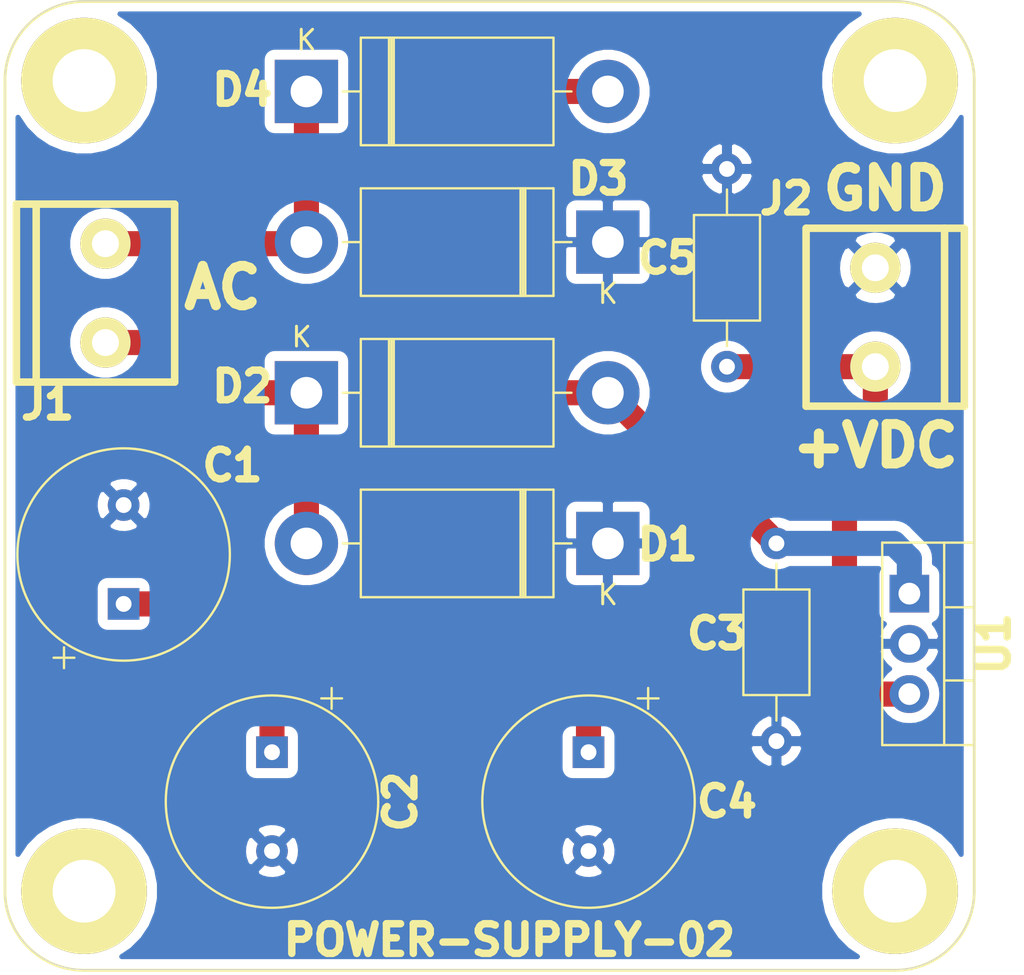
<source format=kicad_pcb>
(kicad_pcb (version 20171130) (host pcbnew "(5.1.5)-3")

  (general
    (thickness 1.6)
    (drawings 12)
    (tracks 41)
    (zones 0)
    (modules 13)
    (nets 6)
  )

  (page A4)
  (layers
    (0 F.Cu signal)
    (31 B.Cu signal)
    (32 B.Adhes user hide)
    (33 F.Adhes user hide)
    (34 B.Paste user hide)
    (35 F.Paste user hide)
    (36 B.SilkS user)
    (37 F.SilkS user)
    (38 B.Mask user hide)
    (39 F.Mask user hide)
    (40 Dwgs.User user)
    (41 Cmts.User user)
    (42 Eco1.User user hide)
    (43 Eco2.User user hide)
    (44 Edge.Cuts user)
    (45 Margin user hide)
    (46 B.CrtYd user hide)
    (47 F.CrtYd user hide)
    (48 B.Fab user hide)
    (49 F.Fab user hide)
  )

  (setup
    (last_trace_width 1.27)
    (user_trace_width 0.635)
    (user_trace_width 1.27)
    (trace_clearance 0.2)
    (zone_clearance 0.508)
    (zone_45_only no)
    (trace_min 0.2)
    (via_size 0.8)
    (via_drill 0.4)
    (via_min_size 0.4)
    (via_min_drill 0.3)
    (uvia_size 0.3)
    (uvia_drill 0.1)
    (uvias_allowed no)
    (uvia_min_size 0.2)
    (uvia_min_drill 0.1)
    (edge_width 0.05)
    (segment_width 0.2)
    (pcb_text_width 0.3)
    (pcb_text_size 1.5 1.5)
    (mod_edge_width 0.12)
    (mod_text_size 1 1)
    (mod_text_width 0.15)
    (pad_size 1.524 1.524)
    (pad_drill 0.762)
    (pad_to_mask_clearance 0.051)
    (solder_mask_min_width 0.25)
    (aux_axis_origin 0 0)
    (visible_elements FFFFFF7F)
    (pcbplotparams
      (layerselection 0x010fc_ffffffff)
      (usegerberextensions false)
      (usegerberattributes false)
      (usegerberadvancedattributes false)
      (creategerberjobfile false)
      (excludeedgelayer true)
      (linewidth 0.100000)
      (plotframeref false)
      (viasonmask false)
      (mode 1)
      (useauxorigin false)
      (hpglpennumber 1)
      (hpglpenspeed 20)
      (hpglpendiameter 15.000000)
      (psnegative false)
      (psa4output false)
      (plotreference true)
      (plotvalue true)
      (plotinvisibletext false)
      (padsonsilk false)
      (subtractmaskfromsilk false)
      (outputformat 1)
      (mirror false)
      (drillshape 0)
      (scaleselection 1)
      (outputdirectory "plots/"))
  )

  (net 0 "")
  (net 1 /VDC)
  (net 2 "Net-(D1-Pad2)")
  (net 3 "Net-(D2-Pad2)")
  (net 4 /GND)
  (net 5 /5V)

  (net_class Default "This is the default net class."
    (clearance 0.2)
    (trace_width 0.25)
    (via_dia 0.8)
    (via_drill 0.4)
    (uvia_dia 0.3)
    (uvia_drill 0.1)
    (add_net /5V)
    (add_net /GND)
    (add_net /VDC)
    (add_net "Net-(D1-Pad2)")
    (add_net "Net-(D2-Pad2)")
  )

  (module Capacitor_THT:CP_Radial_Tantal_D10.5mm_P5.00mm (layer F.Cu) (tedit 5AE50EF0) (tstamp 5F79B9E1)
    (at 6 30.5 90)
    (descr "CP, Radial_Tantal series, Radial, pin pitch=5.00mm, , diameter=10.5mm, Tantal Electrolytic Capacitor, http://cdn-reichelt.de/documents/datenblatt/B300/TANTAL-TB-Serie%23.pdf")
    (tags "CP Radial_Tantal series Radial pin pitch 5.00mm  diameter 10.5mm Tantal Electrolytic Capacitor")
    (path /5F79D174)
    (fp_text reference C1 (at 7 5.5 180) (layer F.SilkS)
      (effects (font (size 1.5 1.5) (thickness 0.45)))
    )
    (fp_text value 1200uF (at 2.5 6.5 90) (layer F.Fab)
      (effects (font (size 1 1) (thickness 0.15)))
    )
    (fp_circle (center 2.5 0) (end 7.75 0) (layer F.Fab) (width 0.1))
    (fp_circle (center 2.5 0) (end 7.87 0) (layer F.SilkS) (width 0.12))
    (fp_circle (center 2.5 0) (end 8 0) (layer F.CrtYd) (width 0.05))
    (fp_line (start -2.004387 -2.2975) (end -0.954387 -2.2975) (layer F.Fab) (width 0.1))
    (fp_line (start -1.479387 -2.8225) (end -1.479387 -1.7725) (layer F.Fab) (width 0.1))
    (fp_line (start -3.247133 -3.015) (end -2.197133 -3.015) (layer F.SilkS) (width 0.12))
    (fp_line (start -2.722133 -3.54) (end -2.722133 -2.49) (layer F.SilkS) (width 0.12))
    (fp_text user %R (at 2.5 0 90) (layer F.SilkS) hide
      (effects (font (size 1.5 1.5) (thickness 0.375)))
    )
    (pad 1 thru_hole rect (at 0 0 90) (size 1.6 1.6) (drill 0.8) (layers *.Cu *.Mask)
      (net 1 /VDC))
    (pad 2 thru_hole circle (at 5 0 90) (size 1.6 1.6) (drill 0.8) (layers *.Cu *.Mask)
      (net 4 /GND))
    (model ${KISYS3DMOD}/Capacitor_THT.3dshapes/CP_Radial_Tantal_D10.5mm_P5.00mm.wrl
      (at (xyz 0 0 0))
      (scale (xyz 1 1 1))
      (rotate (xyz 0 0 0))
    )
  )

  (module Capacitor_THT:CP_Radial_Tantal_D10.5mm_P5.00mm (layer F.Cu) (tedit 5AE50EF0) (tstamp 5F79B9EF)
    (at 13.5 38 270)
    (descr "CP, Radial_Tantal series, Radial, pin pitch=5.00mm, , diameter=10.5mm, Tantal Electrolytic Capacitor, http://cdn-reichelt.de/documents/datenblatt/B300/TANTAL-TB-Serie%23.pdf")
    (tags "CP Radial_Tantal series Radial pin pitch 5.00mm  diameter 10.5mm Tantal Electrolytic Capacitor")
    (path /5F79D6B1)
    (fp_text reference C2 (at 2.5 -6.5 90) (layer F.SilkS)
      (effects (font (size 1.5 1.5) (thickness 0.45)))
    )
    (fp_text value 1200uF (at 2.5 6.5 90) (layer F.Fab)
      (effects (font (size 1 1) (thickness 0.15)))
    )
    (fp_text user %R (at 2.5 0 90) (layer F.SilkS) hide
      (effects (font (size 1.5 1.5) (thickness 0.375)))
    )
    (fp_line (start -2.722133 -3.54) (end -2.722133 -2.49) (layer F.SilkS) (width 0.12))
    (fp_line (start -3.247133 -3.015) (end -2.197133 -3.015) (layer F.SilkS) (width 0.12))
    (fp_line (start -1.479387 -2.8225) (end -1.479387 -1.7725) (layer F.Fab) (width 0.1))
    (fp_line (start -2.004387 -2.2975) (end -0.954387 -2.2975) (layer F.Fab) (width 0.1))
    (fp_circle (center 2.5 0) (end 8 0) (layer F.CrtYd) (width 0.05))
    (fp_circle (center 2.5 0) (end 7.87 0) (layer F.SilkS) (width 0.12))
    (fp_circle (center 2.5 0) (end 7.75 0) (layer F.Fab) (width 0.1))
    (pad 2 thru_hole circle (at 5 0 270) (size 1.6 1.6) (drill 0.8) (layers *.Cu *.Mask)
      (net 4 /GND))
    (pad 1 thru_hole rect (at 0 0 270) (size 1.6 1.6) (drill 0.8) (layers *.Cu *.Mask)
      (net 1 /VDC))
    (model ${KISYS3DMOD}/Capacitor_THT.3dshapes/CP_Radial_Tantal_D10.5mm_P5.00mm.wrl
      (at (xyz 0 0 0))
      (scale (xyz 1 1 1))
      (rotate (xyz 0 0 0))
    )
  )

  (module Capacitor_THT:C_Axial_L5.1mm_D3.1mm_P10.00mm_Horizontal (layer F.Cu) (tedit 5AE50EF0) (tstamp 5F79BA06)
    (at 39 27.44 270)
    (descr "C, Axial series, Axial, Horizontal, pin pitch=10mm, , length*diameter=5.1*3.1mm^2, http://www.vishay.com/docs/45231/arseries.pdf")
    (tags "C Axial series Axial Horizontal pin pitch 10mm  length 5.1mm diameter 3.1mm")
    (path /5F79E297)
    (fp_text reference C3 (at 4.56 3 180) (layer F.SilkS)
      (effects (font (size 1.5 1.5) (thickness 0.45)))
    )
    (fp_text value 0.1uF (at 5 2.67 90) (layer F.Fab)
      (effects (font (size 1 1) (thickness 0.15)))
    )
    (fp_line (start 2.45 -1.55) (end 2.45 1.55) (layer F.Fab) (width 0.1))
    (fp_line (start 2.45 1.55) (end 7.55 1.55) (layer F.Fab) (width 0.1))
    (fp_line (start 7.55 1.55) (end 7.55 -1.55) (layer F.Fab) (width 0.1))
    (fp_line (start 7.55 -1.55) (end 2.45 -1.55) (layer F.Fab) (width 0.1))
    (fp_line (start 0 0) (end 2.45 0) (layer F.Fab) (width 0.1))
    (fp_line (start 10 0) (end 7.55 0) (layer F.Fab) (width 0.1))
    (fp_line (start 2.33 -1.67) (end 2.33 1.67) (layer F.SilkS) (width 0.12))
    (fp_line (start 2.33 1.67) (end 7.67 1.67) (layer F.SilkS) (width 0.12))
    (fp_line (start 7.67 1.67) (end 7.67 -1.67) (layer F.SilkS) (width 0.12))
    (fp_line (start 7.67 -1.67) (end 2.33 -1.67) (layer F.SilkS) (width 0.12))
    (fp_line (start 1.04 0) (end 2.33 0) (layer F.SilkS) (width 0.12))
    (fp_line (start 8.96 0) (end 7.67 0) (layer F.SilkS) (width 0.12))
    (fp_line (start -1.05 -1.8) (end -1.05 1.8) (layer F.CrtYd) (width 0.05))
    (fp_line (start -1.05 1.8) (end 11.05 1.8) (layer F.CrtYd) (width 0.05))
    (fp_line (start 11.05 1.8) (end 11.05 -1.8) (layer F.CrtYd) (width 0.05))
    (fp_line (start 11.05 -1.8) (end -1.05 -1.8) (layer F.CrtYd) (width 0.05))
    (fp_text user %R (at 5 0 90) (layer F.SilkS) hide
      (effects (font (size 1.5 1.5) (thickness 0.375)))
    )
    (pad 1 thru_hole circle (at 0 0 270) (size 1.6 1.6) (drill 0.8) (layers *.Cu *.Mask)
      (net 1 /VDC))
    (pad 2 thru_hole oval (at 10 0 270) (size 1.6 1.6) (drill 0.8) (layers *.Cu *.Mask)
      (net 4 /GND))
    (model ${KISYS3DMOD}/Capacitor_THT.3dshapes/C_Axial_L5.1mm_D3.1mm_P10.00mm_Horizontal.wrl
      (at (xyz 0 0 0))
      (scale (xyz 1 1 1))
      (rotate (xyz 0 0 0))
    )
  )

  (module Capacitor_THT:CP_Radial_Tantal_D10.5mm_P5.00mm (layer F.Cu) (tedit 5AE50EF0) (tstamp 5F79BA14)
    (at 29.5 38 270)
    (descr "CP, Radial_Tantal series, Radial, pin pitch=5.00mm, , diameter=10.5mm, Tantal Electrolytic Capacitor, http://cdn-reichelt.de/documents/datenblatt/B300/TANTAL-TB-Serie%23.pdf")
    (tags "CP Radial_Tantal series Radial pin pitch 5.00mm  diameter 10.5mm Tantal Electrolytic Capacitor")
    (path /5F7A7FA6)
    (fp_text reference C4 (at 2.5 -7 180) (layer F.SilkS)
      (effects (font (size 1.5 1.5) (thickness 0.45)))
    )
    (fp_text value CP1 (at 2.5 6.5 90) (layer F.Fab)
      (effects (font (size 1 1) (thickness 0.15)))
    )
    (fp_circle (center 2.5 0) (end 7.75 0) (layer F.Fab) (width 0.1))
    (fp_circle (center 2.5 0) (end 7.87 0) (layer F.SilkS) (width 0.12))
    (fp_circle (center 2.5 0) (end 8 0) (layer F.CrtYd) (width 0.05))
    (fp_line (start -2.004387 -2.2975) (end -0.954387 -2.2975) (layer F.Fab) (width 0.1))
    (fp_line (start -1.479387 -2.8225) (end -1.479387 -1.7725) (layer F.Fab) (width 0.1))
    (fp_line (start -3.247133 -3.015) (end -2.197133 -3.015) (layer F.SilkS) (width 0.12))
    (fp_line (start -2.722133 -3.54) (end -2.722133 -2.49) (layer F.SilkS) (width 0.12))
    (fp_text user %R (at 2.5 0 90) (layer F.SilkS) hide
      (effects (font (size 1.5 1.5) (thickness 0.375)))
    )
    (pad 1 thru_hole rect (at 0 0 270) (size 1.6 1.6) (drill 0.8) (layers *.Cu *.Mask)
      (net 5 /5V))
    (pad 2 thru_hole circle (at 5 0 270) (size 1.6 1.6) (drill 0.8) (layers *.Cu *.Mask)
      (net 4 /GND))
    (model ${KISYS3DMOD}/Capacitor_THT.3dshapes/CP_Radial_Tantal_D10.5mm_P5.00mm.wrl
      (at (xyz 0 0 0))
      (scale (xyz 1 1 1))
      (rotate (xyz 0 0 0))
    )
  )

  (module Capacitor_THT:C_Axial_L5.1mm_D3.1mm_P10.00mm_Horizontal (layer F.Cu) (tedit 5AE50EF0) (tstamp 5F79BA2B)
    (at 36.5 18.5 90)
    (descr "C, Axial series, Axial, Horizontal, pin pitch=10mm, , length*diameter=5.1*3.1mm^2, http://www.vishay.com/docs/45231/arseries.pdf")
    (tags "C Axial series Axial Horizontal pin pitch 10mm  length 5.1mm diameter 3.1mm")
    (path /5F7A947D)
    (fp_text reference C5 (at 5.5 -3 180) (layer F.SilkS)
      (effects (font (size 1.5 1.5) (thickness 0.45)))
    )
    (fp_text value 0.1uF (at 5 2.67 90) (layer F.Fab)
      (effects (font (size 1 1) (thickness 0.15)))
    )
    (fp_text user %R (at 5 0 90) (layer F.SilkS) hide
      (effects (font (size 1.5 1.5) (thickness 0.375)))
    )
    (fp_line (start 11.05 -1.8) (end -1.05 -1.8) (layer F.CrtYd) (width 0.05))
    (fp_line (start 11.05 1.8) (end 11.05 -1.8) (layer F.CrtYd) (width 0.05))
    (fp_line (start -1.05 1.8) (end 11.05 1.8) (layer F.CrtYd) (width 0.05))
    (fp_line (start -1.05 -1.8) (end -1.05 1.8) (layer F.CrtYd) (width 0.05))
    (fp_line (start 8.96 0) (end 7.67 0) (layer F.SilkS) (width 0.12))
    (fp_line (start 1.04 0) (end 2.33 0) (layer F.SilkS) (width 0.12))
    (fp_line (start 7.67 -1.67) (end 2.33 -1.67) (layer F.SilkS) (width 0.12))
    (fp_line (start 7.67 1.67) (end 7.67 -1.67) (layer F.SilkS) (width 0.12))
    (fp_line (start 2.33 1.67) (end 7.67 1.67) (layer F.SilkS) (width 0.12))
    (fp_line (start 2.33 -1.67) (end 2.33 1.67) (layer F.SilkS) (width 0.12))
    (fp_line (start 10 0) (end 7.55 0) (layer F.Fab) (width 0.1))
    (fp_line (start 0 0) (end 2.45 0) (layer F.Fab) (width 0.1))
    (fp_line (start 7.55 -1.55) (end 2.45 -1.55) (layer F.Fab) (width 0.1))
    (fp_line (start 7.55 1.55) (end 7.55 -1.55) (layer F.Fab) (width 0.1))
    (fp_line (start 2.45 1.55) (end 7.55 1.55) (layer F.Fab) (width 0.1))
    (fp_line (start 2.45 -1.55) (end 2.45 1.55) (layer F.Fab) (width 0.1))
    (pad 2 thru_hole oval (at 10 0 90) (size 1.6 1.6) (drill 0.8) (layers *.Cu *.Mask)
      (net 4 /GND))
    (pad 1 thru_hole circle (at 0 0 90) (size 1.6 1.6) (drill 0.8) (layers *.Cu *.Mask)
      (net 5 /5V))
    (model ${KISYS3DMOD}/Capacitor_THT.3dshapes/C_Axial_L5.1mm_D3.1mm_P10.00mm_Horizontal.wrl
      (at (xyz 0 0 0))
      (scale (xyz 1 1 1))
      (rotate (xyz 0 0 0))
    )
  )

  (module Diode_THT:D_DO-201AD_P15.24mm_Horizontal (layer F.Cu) (tedit 5AE50CD5) (tstamp 5F79BA4A)
    (at 30.48 27.44 180)
    (descr "Diode, DO-201AD series, Axial, Horizontal, pin pitch=15.24mm, , length*diameter=9.5*5.2mm^2, , http://www.diodes.com/_files/packages/DO-201AD.pdf")
    (tags "Diode DO-201AD series Axial Horizontal pin pitch 15.24mm  length 9.5mm diameter 5.2mm")
    (path /5F79B755)
    (fp_text reference D1 (at -3.02 -0.06) (layer F.SilkS)
      (effects (font (size 1.5 1.5) (thickness 0.45)))
    )
    (fp_text value DIODESCH (at 7.62 3.72) (layer F.Fab)
      (effects (font (size 1 1) (thickness 0.15)))
    )
    (fp_line (start 2.87 -2.6) (end 2.87 2.6) (layer F.Fab) (width 0.1))
    (fp_line (start 2.87 2.6) (end 12.37 2.6) (layer F.Fab) (width 0.1))
    (fp_line (start 12.37 2.6) (end 12.37 -2.6) (layer F.Fab) (width 0.1))
    (fp_line (start 12.37 -2.6) (end 2.87 -2.6) (layer F.Fab) (width 0.1))
    (fp_line (start 0 0) (end 2.87 0) (layer F.Fab) (width 0.1))
    (fp_line (start 15.24 0) (end 12.37 0) (layer F.Fab) (width 0.1))
    (fp_line (start 4.295 -2.6) (end 4.295 2.6) (layer F.Fab) (width 0.1))
    (fp_line (start 4.395 -2.6) (end 4.395 2.6) (layer F.Fab) (width 0.1))
    (fp_line (start 4.195 -2.6) (end 4.195 2.6) (layer F.Fab) (width 0.1))
    (fp_line (start 2.75 -2.72) (end 2.75 2.72) (layer F.SilkS) (width 0.12))
    (fp_line (start 2.75 2.72) (end 12.49 2.72) (layer F.SilkS) (width 0.12))
    (fp_line (start 12.49 2.72) (end 12.49 -2.72) (layer F.SilkS) (width 0.12))
    (fp_line (start 12.49 -2.72) (end 2.75 -2.72) (layer F.SilkS) (width 0.12))
    (fp_line (start 1.84 0) (end 2.75 0) (layer F.SilkS) (width 0.12))
    (fp_line (start 13.4 0) (end 12.49 0) (layer F.SilkS) (width 0.12))
    (fp_line (start 4.295 -2.72) (end 4.295 2.72) (layer F.SilkS) (width 0.12))
    (fp_line (start 4.415 -2.72) (end 4.415 2.72) (layer F.SilkS) (width 0.12))
    (fp_line (start 4.175 -2.72) (end 4.175 2.72) (layer F.SilkS) (width 0.12))
    (fp_line (start -1.85 -2.85) (end -1.85 2.85) (layer F.CrtYd) (width 0.05))
    (fp_line (start -1.85 2.85) (end 17.09 2.85) (layer F.CrtYd) (width 0.05))
    (fp_line (start 17.09 2.85) (end 17.09 -2.85) (layer F.CrtYd) (width 0.05))
    (fp_line (start 17.09 -2.85) (end -1.85 -2.85) (layer F.CrtYd) (width 0.05))
    (fp_text user %R (at 8.3325 0) (layer F.SilkS) hide
      (effects (font (size 1.5 1.5) (thickness 0.375)))
    )
    (fp_text user K (at 0 -2.6) (layer F.Fab)
      (effects (font (size 1 1) (thickness 0.15)))
    )
    (fp_text user K (at 0 -2.6) (layer F.SilkS)
      (effects (font (size 1 1) (thickness 0.15)))
    )
    (pad 1 thru_hole rect (at 0 0 180) (size 3.2 3.2) (drill 1.6) (layers *.Cu *.Mask)
      (net 4 /GND))
    (pad 2 thru_hole oval (at 15.24 0 180) (size 3.2 3.2) (drill 1.6) (layers *.Cu *.Mask)
      (net 2 "Net-(D1-Pad2)"))
    (model ${KISYS3DMOD}/Diode_THT.3dshapes/D_DO-201AD_P15.24mm_Horizontal.wrl
      (at (xyz 0 0 0))
      (scale (xyz 1 1 1))
      (rotate (xyz 0 0 0))
    )
  )

  (module Diode_THT:D_DO-201AD_P15.24mm_Horizontal (layer F.Cu) (tedit 5AE50CD5) (tstamp 5F79BA69)
    (at 30.48 12.2 180)
    (descr "Diode, DO-201AD series, Axial, Horizontal, pin pitch=15.24mm, , length*diameter=9.5*5.2mm^2, , http://www.diodes.com/_files/packages/DO-201AD.pdf")
    (tags "Diode DO-201AD series Axial Horizontal pin pitch 15.24mm  length 9.5mm diameter 5.2mm")
    (path /5F79B75F)
    (fp_text reference D2 (at 18.48 -7.3) (layer F.SilkS)
      (effects (font (size 1.5 1.5) (thickness 0.45)))
    )
    (fp_text value DIODESCH (at 7.62 3.72) (layer F.Fab)
      (effects (font (size 1 1) (thickness 0.15)))
    )
    (fp_text user K (at 0 -2.6) (layer F.SilkS)
      (effects (font (size 1 1) (thickness 0.15)))
    )
    (fp_text user K (at 0 -2.6) (layer F.Fab)
      (effects (font (size 1 1) (thickness 0.15)))
    )
    (fp_text user %R (at 8.3325 0) (layer F.SilkS) hide
      (effects (font (size 1.5 1.5) (thickness 0.375)))
    )
    (fp_line (start 17.09 -2.85) (end -1.85 -2.85) (layer F.CrtYd) (width 0.05))
    (fp_line (start 17.09 2.85) (end 17.09 -2.85) (layer F.CrtYd) (width 0.05))
    (fp_line (start -1.85 2.85) (end 17.09 2.85) (layer F.CrtYd) (width 0.05))
    (fp_line (start -1.85 -2.85) (end -1.85 2.85) (layer F.CrtYd) (width 0.05))
    (fp_line (start 4.175 -2.72) (end 4.175 2.72) (layer F.SilkS) (width 0.12))
    (fp_line (start 4.415 -2.72) (end 4.415 2.72) (layer F.SilkS) (width 0.12))
    (fp_line (start 4.295 -2.72) (end 4.295 2.72) (layer F.SilkS) (width 0.12))
    (fp_line (start 13.4 0) (end 12.49 0) (layer F.SilkS) (width 0.12))
    (fp_line (start 1.84 0) (end 2.75 0) (layer F.SilkS) (width 0.12))
    (fp_line (start 12.49 -2.72) (end 2.75 -2.72) (layer F.SilkS) (width 0.12))
    (fp_line (start 12.49 2.72) (end 12.49 -2.72) (layer F.SilkS) (width 0.12))
    (fp_line (start 2.75 2.72) (end 12.49 2.72) (layer F.SilkS) (width 0.12))
    (fp_line (start 2.75 -2.72) (end 2.75 2.72) (layer F.SilkS) (width 0.12))
    (fp_line (start 4.195 -2.6) (end 4.195 2.6) (layer F.Fab) (width 0.1))
    (fp_line (start 4.395 -2.6) (end 4.395 2.6) (layer F.Fab) (width 0.1))
    (fp_line (start 4.295 -2.6) (end 4.295 2.6) (layer F.Fab) (width 0.1))
    (fp_line (start 15.24 0) (end 12.37 0) (layer F.Fab) (width 0.1))
    (fp_line (start 0 0) (end 2.87 0) (layer F.Fab) (width 0.1))
    (fp_line (start 12.37 -2.6) (end 2.87 -2.6) (layer F.Fab) (width 0.1))
    (fp_line (start 12.37 2.6) (end 12.37 -2.6) (layer F.Fab) (width 0.1))
    (fp_line (start 2.87 2.6) (end 12.37 2.6) (layer F.Fab) (width 0.1))
    (fp_line (start 2.87 -2.6) (end 2.87 2.6) (layer F.Fab) (width 0.1))
    (pad 2 thru_hole oval (at 15.24 0 180) (size 3.2 3.2) (drill 1.6) (layers *.Cu *.Mask)
      (net 3 "Net-(D2-Pad2)"))
    (pad 1 thru_hole rect (at 0 0 180) (size 3.2 3.2) (drill 1.6) (layers *.Cu *.Mask)
      (net 4 /GND))
    (model ${KISYS3DMOD}/Diode_THT.3dshapes/D_DO-201AD_P15.24mm_Horizontal.wrl
      (at (xyz 0 0 0))
      (scale (xyz 1 1 1))
      (rotate (xyz 0 0 0))
    )
  )

  (module Diode_THT:D_DO-201AD_P15.24mm_Horizontal (layer F.Cu) (tedit 5AE50CD5) (tstamp 5F79BA88)
    (at 15.24 19.82)
    (descr "Diode, DO-201AD series, Axial, Horizontal, pin pitch=15.24mm, , length*diameter=9.5*5.2mm^2, , http://www.diodes.com/_files/packages/DO-201AD.pdf")
    (tags "Diode DO-201AD series Axial Horizontal pin pitch 15.24mm  length 9.5mm diameter 5.2mm")
    (path /5F79AF64)
    (fp_text reference D3 (at 14.76 -10.82) (layer F.SilkS)
      (effects (font (size 1.5 1.5) (thickness 0.45)))
    )
    (fp_text value DIODESCH (at 7.62 3.72) (layer F.Fab)
      (effects (font (size 1 1) (thickness 0.15)))
    )
    (fp_line (start 2.87 -2.6) (end 2.87 2.6) (layer F.Fab) (width 0.1))
    (fp_line (start 2.87 2.6) (end 12.37 2.6) (layer F.Fab) (width 0.1))
    (fp_line (start 12.37 2.6) (end 12.37 -2.6) (layer F.Fab) (width 0.1))
    (fp_line (start 12.37 -2.6) (end 2.87 -2.6) (layer F.Fab) (width 0.1))
    (fp_line (start 0 0) (end 2.87 0) (layer F.Fab) (width 0.1))
    (fp_line (start 15.24 0) (end 12.37 0) (layer F.Fab) (width 0.1))
    (fp_line (start 4.295 -2.6) (end 4.295 2.6) (layer F.Fab) (width 0.1))
    (fp_line (start 4.395 -2.6) (end 4.395 2.6) (layer F.Fab) (width 0.1))
    (fp_line (start 4.195 -2.6) (end 4.195 2.6) (layer F.Fab) (width 0.1))
    (fp_line (start 2.75 -2.72) (end 2.75 2.72) (layer F.SilkS) (width 0.12))
    (fp_line (start 2.75 2.72) (end 12.49 2.72) (layer F.SilkS) (width 0.12))
    (fp_line (start 12.49 2.72) (end 12.49 -2.72) (layer F.SilkS) (width 0.12))
    (fp_line (start 12.49 -2.72) (end 2.75 -2.72) (layer F.SilkS) (width 0.12))
    (fp_line (start 1.84 0) (end 2.75 0) (layer F.SilkS) (width 0.12))
    (fp_line (start 13.4 0) (end 12.49 0) (layer F.SilkS) (width 0.12))
    (fp_line (start 4.295 -2.72) (end 4.295 2.72) (layer F.SilkS) (width 0.12))
    (fp_line (start 4.415 -2.72) (end 4.415 2.72) (layer F.SilkS) (width 0.12))
    (fp_line (start 4.175 -2.72) (end 4.175 2.72) (layer F.SilkS) (width 0.12))
    (fp_line (start -1.85 -2.85) (end -1.85 2.85) (layer F.CrtYd) (width 0.05))
    (fp_line (start -1.85 2.85) (end 17.09 2.85) (layer F.CrtYd) (width 0.05))
    (fp_line (start 17.09 2.85) (end 17.09 -2.85) (layer F.CrtYd) (width 0.05))
    (fp_line (start 17.09 -2.85) (end -1.85 -2.85) (layer F.CrtYd) (width 0.05))
    (fp_text user %R (at 8.3325 0) (layer F.SilkS) hide
      (effects (font (size 1.5 1.5) (thickness 0.375)))
    )
    (fp_text user K (at 0 -2.6) (layer F.Fab)
      (effects (font (size 1 1) (thickness 0.15)))
    )
    (fp_text user K (at -0.24 -2.82) (layer F.SilkS)
      (effects (font (size 1 1) (thickness 0.15)))
    )
    (pad 1 thru_hole rect (at 0 0) (size 3.2 3.2) (drill 1.6) (layers *.Cu *.Mask)
      (net 2 "Net-(D1-Pad2)"))
    (pad 2 thru_hole oval (at 15.24 0) (size 3.2 3.2) (drill 1.6) (layers *.Cu *.Mask)
      (net 1 /VDC))
    (model ${KISYS3DMOD}/Diode_THT.3dshapes/D_DO-201AD_P15.24mm_Horizontal.wrl
      (at (xyz 0 0 0))
      (scale (xyz 1 1 1))
      (rotate (xyz 0 0 0))
    )
  )

  (module Diode_THT:D_DO-201AD_P15.24mm_Horizontal (layer F.Cu) (tedit 5AE50CD5) (tstamp 5F79BAA7)
    (at 15.24 4.58)
    (descr "Diode, DO-201AD series, Axial, Horizontal, pin pitch=15.24mm, , length*diameter=9.5*5.2mm^2, , http://www.diodes.com/_files/packages/DO-201AD.pdf")
    (tags "Diode DO-201AD series Axial Horizontal pin pitch 15.24mm  length 9.5mm diameter 5.2mm")
    (path /5F79B299)
    (fp_text reference D4 (at -3.24 -0.08) (layer F.SilkS)
      (effects (font (size 1.5 1.5) (thickness 0.45)))
    )
    (fp_text value DIODESCH (at 7.62 3.72) (layer F.Fab)
      (effects (font (size 1 1) (thickness 0.15)))
    )
    (fp_text user K (at 0 -2.6) (layer F.SilkS)
      (effects (font (size 1 1) (thickness 0.15)))
    )
    (fp_text user K (at 0 -2.6) (layer F.Fab)
      (effects (font (size 1 1) (thickness 0.15)))
    )
    (fp_text user %R (at 8.3325 0) (layer F.SilkS) hide
      (effects (font (size 1.5 1.5) (thickness 0.375)))
    )
    (fp_line (start 17.09 -2.85) (end -1.85 -2.85) (layer F.CrtYd) (width 0.05))
    (fp_line (start 17.09 2.85) (end 17.09 -2.85) (layer F.CrtYd) (width 0.05))
    (fp_line (start -1.85 2.85) (end 17.09 2.85) (layer F.CrtYd) (width 0.05))
    (fp_line (start -1.85 -2.85) (end -1.85 2.85) (layer F.CrtYd) (width 0.05))
    (fp_line (start 4.175 -2.72) (end 4.175 2.72) (layer F.SilkS) (width 0.12))
    (fp_line (start 4.415 -2.72) (end 4.415 2.72) (layer F.SilkS) (width 0.12))
    (fp_line (start 4.295 -2.72) (end 4.295 2.72) (layer F.SilkS) (width 0.12))
    (fp_line (start 13.4 0) (end 12.49 0) (layer F.SilkS) (width 0.12))
    (fp_line (start 1.84 0) (end 2.75 0) (layer F.SilkS) (width 0.12))
    (fp_line (start 12.49 -2.72) (end 2.75 -2.72) (layer F.SilkS) (width 0.12))
    (fp_line (start 12.49 2.72) (end 12.49 -2.72) (layer F.SilkS) (width 0.12))
    (fp_line (start 2.75 2.72) (end 12.49 2.72) (layer F.SilkS) (width 0.12))
    (fp_line (start 2.75 -2.72) (end 2.75 2.72) (layer F.SilkS) (width 0.12))
    (fp_line (start 4.195 -2.6) (end 4.195 2.6) (layer F.Fab) (width 0.1))
    (fp_line (start 4.395 -2.6) (end 4.395 2.6) (layer F.Fab) (width 0.1))
    (fp_line (start 4.295 -2.6) (end 4.295 2.6) (layer F.Fab) (width 0.1))
    (fp_line (start 15.24 0) (end 12.37 0) (layer F.Fab) (width 0.1))
    (fp_line (start 0 0) (end 2.87 0) (layer F.Fab) (width 0.1))
    (fp_line (start 12.37 -2.6) (end 2.87 -2.6) (layer F.Fab) (width 0.1))
    (fp_line (start 12.37 2.6) (end 12.37 -2.6) (layer F.Fab) (width 0.1))
    (fp_line (start 2.87 2.6) (end 12.37 2.6) (layer F.Fab) (width 0.1))
    (fp_line (start 2.87 -2.6) (end 2.87 2.6) (layer F.Fab) (width 0.1))
    (pad 2 thru_hole oval (at 15.24 0) (size 3.2 3.2) (drill 1.6) (layers *.Cu *.Mask)
      (net 1 /VDC))
    (pad 1 thru_hole rect (at 0 0) (size 3.2 3.2) (drill 1.6) (layers *.Cu *.Mask)
      (net 3 "Net-(D2-Pad2)"))
    (model ${KISYS3DMOD}/Diode_THT.3dshapes/D_DO-201AD_P15.24mm_Horizontal.wrl
      (at (xyz 0 0 0))
      (scale (xyz 1 1 1))
      (rotate (xyz 0 0 0))
    )
  )

  (module LandBoards_Conns:TB2-5MM (layer F.Cu) (tedit 5CF902C9) (tstamp 5F79BAB6)
    (at 5.08 17.28 90)
    (path /5F7A0325)
    (fp_text reference J1 (at -3.095 -2.92) (layer F.SilkS)
      (effects (font (size 1.5 1.5) (thickness 0.45)))
    )
    (fp_text value Conn_01x02 (at 2 5 90) (layer F.SilkS) hide
      (effects (font (size 1.524 1.524) (thickness 0.3048)))
    )
    (fp_line (start -2 -4.5) (end -2 3.5) (layer F.SilkS) (width 0.381))
    (fp_line (start 7 -4.5) (end 7 3.5) (layer F.SilkS) (width 0.381))
    (fp_line (start -2 3.5) (end 7 3.5) (layer F.SilkS) (width 0.381))
    (fp_line (start -2 -3.5) (end 7 -3.5) (layer F.SilkS) (width 0.381))
    (fp_line (start -2 -4.5) (end 7 -4.5) (layer F.SilkS) (width 0.381))
    (fp_line (start -2.27 -4.8) (end 7.25 -4.8) (layer F.CrtYd) (width 0.05))
    (fp_line (start 7.25 -4.8) (end 7.25 3.76) (layer F.CrtYd) (width 0.05))
    (fp_line (start 7.25 3.76) (end -2.27 3.76) (layer F.CrtYd) (width 0.05))
    (fp_line (start -2.27 3.76) (end -2.27 -4.8) (layer F.CrtYd) (width 0.05))
    (pad 1 thru_hole circle (at 0 0 90) (size 2.54 2.54) (drill 1.3589) (layers *.Cu *.Mask F.SilkS)
      (net 2 "Net-(D1-Pad2)"))
    (pad 2 thru_hole circle (at 5 0 90) (size 2.54 2.54) (drill 1.3589) (layers *.Cu *.Mask F.SilkS)
      (net 3 "Net-(D2-Pad2)"))
  )

  (module LandBoards_Conns:TB2-5MM (layer F.Cu) (tedit 5CF902C9) (tstamp 5F79BAC5)
    (at 44 13.5 270)
    (path /5F79F8CF)
    (fp_text reference J2 (at -3.5 4.5) (layer F.SilkS)
      (effects (font (size 1.5 1.5) (thickness 0.45)))
    )
    (fp_text value Conn_01x02 (at 2 5 90) (layer F.SilkS) hide
      (effects (font (size 1.524 1.524) (thickness 0.3048)))
    )
    (fp_line (start -2.27 3.76) (end -2.27 -4.8) (layer F.CrtYd) (width 0.05))
    (fp_line (start 7.25 3.76) (end -2.27 3.76) (layer F.CrtYd) (width 0.05))
    (fp_line (start 7.25 -4.8) (end 7.25 3.76) (layer F.CrtYd) (width 0.05))
    (fp_line (start -2.27 -4.8) (end 7.25 -4.8) (layer F.CrtYd) (width 0.05))
    (fp_line (start -2 -4.5) (end 7 -4.5) (layer F.SilkS) (width 0.381))
    (fp_line (start -2 -3.5) (end 7 -3.5) (layer F.SilkS) (width 0.381))
    (fp_line (start -2 3.5) (end 7 3.5) (layer F.SilkS) (width 0.381))
    (fp_line (start 7 -4.5) (end 7 3.5) (layer F.SilkS) (width 0.381))
    (fp_line (start -2 -4.5) (end -2 3.5) (layer F.SilkS) (width 0.381))
    (pad 2 thru_hole circle (at 5 0 270) (size 2.54 2.54) (drill 1.3589) (layers *.Cu *.Mask F.SilkS)
      (net 5 /5V))
    (pad 1 thru_hole circle (at 0 0 270) (size 2.54 2.54) (drill 1.3589) (layers *.Cu *.Mask F.SilkS)
      (net 4 /GND))
  )

  (module Package_TO_SOT_THT:TO-220-3_Vertical (layer F.Cu) (tedit 5AC8BA0D) (tstamp 5F79BADF)
    (at 45.72 29.98 270)
    (descr "TO-220-3, Vertical, RM 2.54mm, see https://www.vishay.com/docs/66542/to-220-1.pdf")
    (tags "TO-220-3 Vertical RM 2.54mm")
    (path /5F7A46B3)
    (fp_text reference U1 (at 2.54 -4.27 90) (layer F.SilkS)
      (effects (font (size 1.5 1.5) (thickness 0.45)))
    )
    (fp_text value LF50_TO220 (at 2.54 2.5 90) (layer F.Fab)
      (effects (font (size 1 1) (thickness 0.15)))
    )
    (fp_line (start -2.46 -3.15) (end -2.46 1.25) (layer F.Fab) (width 0.1))
    (fp_line (start -2.46 1.25) (end 7.54 1.25) (layer F.Fab) (width 0.1))
    (fp_line (start 7.54 1.25) (end 7.54 -3.15) (layer F.Fab) (width 0.1))
    (fp_line (start 7.54 -3.15) (end -2.46 -3.15) (layer F.Fab) (width 0.1))
    (fp_line (start -2.46 -1.88) (end 7.54 -1.88) (layer F.Fab) (width 0.1))
    (fp_line (start 0.69 -3.15) (end 0.69 -1.88) (layer F.Fab) (width 0.1))
    (fp_line (start 4.39 -3.15) (end 4.39 -1.88) (layer F.Fab) (width 0.1))
    (fp_line (start -2.58 -3.27) (end 7.66 -3.27) (layer F.SilkS) (width 0.12))
    (fp_line (start -2.58 1.371) (end 7.66 1.371) (layer F.SilkS) (width 0.12))
    (fp_line (start -2.58 -3.27) (end -2.58 1.371) (layer F.SilkS) (width 0.12))
    (fp_line (start 7.66 -3.27) (end 7.66 1.371) (layer F.SilkS) (width 0.12))
    (fp_line (start -2.58 -1.76) (end 7.66 -1.76) (layer F.SilkS) (width 0.12))
    (fp_line (start 0.69 -3.27) (end 0.69 -1.76) (layer F.SilkS) (width 0.12))
    (fp_line (start 4.391 -3.27) (end 4.391 -1.76) (layer F.SilkS) (width 0.12))
    (fp_line (start -2.71 -3.4) (end -2.71 1.51) (layer F.CrtYd) (width 0.05))
    (fp_line (start -2.71 1.51) (end 7.79 1.51) (layer F.CrtYd) (width 0.05))
    (fp_line (start 7.79 1.51) (end 7.79 -3.4) (layer F.CrtYd) (width 0.05))
    (fp_line (start 7.79 -3.4) (end -2.71 -3.4) (layer F.CrtYd) (width 0.05))
    (fp_text user %R (at 2.54 -4.27 90) (layer F.SilkS)
      (effects (font (size 1.5 1.5) (thickness 0.45)))
    )
    (pad 1 thru_hole rect (at 0 0 270) (size 1.905 2) (drill 1.1) (layers *.Cu *.Mask)
      (net 1 /VDC))
    (pad 2 thru_hole oval (at 2.54 0 270) (size 1.905 2) (drill 1.1) (layers *.Cu *.Mask)
      (net 4 /GND))
    (pad 3 thru_hole oval (at 5.08 0 270) (size 1.905 2) (drill 1.1) (layers *.Cu *.Mask)
      (net 5 /5V))
    (model ${KISYS3DMOD}/Package_TO_SOT_THT.3dshapes/TO-220-3_Vertical.wrl
      (at (xyz 0 0 0))
      (scale (xyz 1 1 1))
      (rotate (xyz 0 0 0))
    )
  )

  (module LandBoards_BoardOutlines:BD-49X49 (layer F.Cu) (tedit 524856E1) (tstamp 5F7A1A77)
    (at 0 49.03)
    (path /5F7B1D56)
    (fp_text reference B1 (at 0 1) (layer F.SilkS) hide
      (effects (font (size 1.5 1.5) (thickness 0.45)))
    )
    (fp_text value COUPON (at 0 0) (layer F.SilkS) hide
      (effects (font (size 1 1) (thickness 0.15)))
    )
    (fp_line (start 4 0) (end 45 0) (layer F.SilkS) (width 0.15))
    (fp_line (start 0 -45) (end 0 -4) (layer F.SilkS) (width 0.15))
    (fp_line (start 45 -49) (end 4 -49) (layer F.SilkS) (width 0.15))
    (fp_line (start 49 -4) (end 49 -45) (layer F.SilkS) (width 0.15))
    (fp_arc (start 4 -4) (end 4 0) (angle 90) (layer F.SilkS) (width 0.15))
    (fp_arc (start 45 -4) (end 49 -4) (angle 90) (layer F.SilkS) (width 0.15))
    (fp_arc (start 45 -45) (end 45 -49) (angle 90) (layer F.SilkS) (width 0.15))
    (fp_arc (start 4 -45) (end 0 -45) (angle 90) (layer F.SilkS) (width 0.15))
    (pad 1 thru_hole circle (at 4 -45) (size 6.35 6.35) (drill 3.175) (layers *.Cu *.Mask F.SilkS))
    (pad 2 thru_hole circle (at 45 -45) (size 6.35 6.35) (drill 3.175) (layers *.Cu *.Mask F.SilkS))
    (pad 3 thru_hole circle (at 4 -4) (size 6.35 6.35) (drill 3.175) (layers *.Cu *.Mask F.SilkS))
    (pad 4 thru_hole circle (at 45 -4) (size 6.35 6.35) (drill 3.175) (layers *.Cu *.Mask F.SilkS))
  )

  (gr_text AC (at 11 14.5) (layer F.SilkS) (tstamp 5F7A283D)
    (effects (font (size 2 2) (thickness 0.5)))
  )
  (gr_text GND (at 44.5 9.5) (layer F.SilkS) (tstamp 5F7A2081)
    (effects (font (size 2 2) (thickness 0.5)))
  )
  (gr_text +VDC (at 44 22.5) (layer F.SilkS)
    (effects (font (size 2 2) (thickness 0.5)))
  )
  (gr_text POWER-SUPPLY-02 (at 25.5 47.5) (layer F.SilkS)
    (effects (font (size 1.5 1.5) (thickness 0.375)))
  )
  (gr_arc (start 45 4) (end 49 4) (angle -90) (layer Edge.Cuts) (width 0.05))
  (gr_arc (start 45 45) (end 45 49) (angle -90) (layer Edge.Cuts) (width 0.05))
  (gr_arc (start 4 45) (end 0 45) (angle -90) (layer Edge.Cuts) (width 0.05))
  (gr_arc (start 4 4) (end 4 0) (angle -90) (layer Edge.Cuts) (width 0.05))
  (gr_line (start 0 45) (end 0 4) (layer Edge.Cuts) (width 0.05))
  (gr_line (start 4 49) (end 45 49) (layer Edge.Cuts) (width 0.05))
  (gr_line (start 49 45) (end 49 4) (layer Edge.Cuts) (width 0.05))
  (gr_line (start 4 0) (end 45 0) (layer Edge.Cuts) (width 0.05))

  (segment (start 8.07 30.5) (end 11.07 33.5) (width 1.27) (layer F.Cu) (net 1))
  (segment (start 6 30.5) (end 8.07 30.5) (width 1.27) (layer F.Cu) (net 1) (status 10))
  (segment (start 22.5 33.5) (end 25.5 30.5) (width 1.27) (layer F.Cu) (net 1))
  (segment (start 25.82 19.82) (end 25.5 19.5) (width 1.27) (layer F.Cu) (net 1))
  (segment (start 30.48 19.82) (end 25.82 19.82) (width 1.27) (layer F.Cu) (net 1) (status 10))
  (segment (start 30.48 4.58) (end 26.92 4.58) (width 1.27) (layer F.Cu) (net 1) (status 10))
  (segment (start 25.5 22.5) (end 25.5 6) (width 1.27) (layer F.Cu) (net 1))
  (segment (start 25.5 6) (end 26.92 4.58) (width 1.27) (layer F.Cu) (net 1))
  (segment (start 25.5 22.5) (end 25.5 19.5) (width 1.27) (layer F.Cu) (net 1))
  (segment (start 25.5 30.5) (end 25.5 22.5) (width 1.27) (layer F.Cu) (net 1))
  (segment (start 39 27.44) (end 35.06 23.5) (width 1.27) (layer F.Cu) (net 1) (status 10))
  (segment (start 34.16 23.5) (end 30.48 19.82) (width 1.27) (layer F.Cu) (net 1) (status 20))
  (segment (start 35.06 23.5) (end 34.16 23.5) (width 1.27) (layer F.Cu) (net 1))
  (segment (start 44.94 27.44) (end 39 27.44) (width 1.27) (layer B.Cu) (net 1) (status 20))
  (segment (start 45.72 29.98) (end 45.72 28.22) (width 1.27) (layer B.Cu) (net 1) (status 10))
  (segment (start 45.72 28.22) (end 44.94 27.44) (width 1.27) (layer B.Cu) (net 1))
  (segment (start 13.5 35.93) (end 13.5 33.5) (width 1.27) (layer F.Cu) (net 1))
  (segment (start 13.5 38) (end 13.5 35.93) (width 1.27) (layer F.Cu) (net 1))
  (segment (start 11.07 33.5) (end 13.5 33.5) (width 1.27) (layer F.Cu) (net 1))
  (segment (start 13.5 33.5) (end 22.5 33.5) (width 1.27) (layer F.Cu) (net 1))
  (segment (start 6.876051 17.28) (end 8.255 17.28) (width 1.27) (layer F.Cu) (net 2))
  (segment (start 5.08 17.28) (end 6.876051 17.28) (width 1.27) (layer F.Cu) (net 2) (status 10))
  (segment (start 10.795 19.82) (end 8.255 17.28) (width 1.27) (layer F.Cu) (net 2))
  (segment (start 15.24 19.82) (end 10.795 19.82) (width 1.27) (layer F.Cu) (net 2) (status 10))
  (segment (start 15.24 19.82) (end 15.24 27.44) (width 1.27) (layer F.Cu) (net 2) (status 30))
  (segment (start 15.16 12.28) (end 15.24 12.2) (width 1.27) (layer F.Cu) (net 3) (status 30))
  (segment (start 5.08 12.28) (end 15.16 12.28) (width 1.27) (layer F.Cu) (net 3) (status 30))
  (segment (start 15.24 4.58) (end 15.24 12.2) (width 1.27) (layer F.Cu) (net 3) (status 30))
  (segment (start 44.085 35.06) (end 45.72 35.06) (width 0.635) (layer F.Cu) (net 5) (status 20))
  (segment (start 29.5 36.565) (end 31.005 35.06) (width 0.635) (layer F.Cu) (net 5))
  (segment (start 29.5 38) (end 29.5 36.565) (width 0.635) (layer F.Cu) (net 5) (status 10))
  (segment (start 42.44 35.06) (end 44.085 35.06) (width 0.635) (layer F.Cu) (net 5))
  (segment (start 31.005 35.06) (end 42.44 35.06) (width 0.635) (layer F.Cu) (net 5))
  (segment (start 43.45 35.06) (end 45.72 35.06) (width 1.27) (layer F.Cu) (net 5) (status 20))
  (segment (start 30.37 35.06) (end 43.45 35.06) (width 1.27) (layer F.Cu) (net 5))
  (segment (start 29.5 35.93) (end 30.37 35.06) (width 1.27) (layer F.Cu) (net 5))
  (segment (start 29.5 38) (end 29.5 35.93) (width 1.27) (layer F.Cu) (net 5) (status 10))
  (segment (start 42.44 35.06) (end 42.44 24.44) (width 1.27) (layer F.Cu) (net 5))
  (segment (start 44 22.88) (end 44 18.5) (width 1.27) (layer F.Cu) (net 5))
  (segment (start 42.44 24.44) (end 44 22.88) (width 1.27) (layer F.Cu) (net 5))
  (segment (start 36.5 18.5) (end 44 18.5) (width 1.27) (layer F.Cu) (net 5))

  (zone (net 4) (net_name /GND) (layer B.Cu) (tstamp 5F7A2865) (hatch edge 0.508)
    (connect_pads (clearance 0.508))
    (min_thickness 0.254)
    (fill yes (arc_segments 32) (thermal_gap 0.508) (thermal_bridge_width 0.508))
    (polygon
      (pts
        (xy 49 4) (xy 49 45) (xy 45 49) (xy 4 49) (xy 0 44.5)
        (xy 0 3.5) (xy 4 0) (xy 45.5 0)
      )
    )
    (filled_polygon
      (pts
        (xy 42.571267 1.07058) (xy 42.04058 1.601267) (xy 41.623622 2.225288) (xy 41.336416 2.918664) (xy 41.19 3.654748)
        (xy 41.19 4.405252) (xy 41.336416 5.141336) (xy 41.623622 5.834712) (xy 42.04058 6.458733) (xy 42.571267 6.98942)
        (xy 43.195288 7.406378) (xy 43.888664 7.693584) (xy 44.624748 7.84) (xy 45.375252 7.84) (xy 46.111336 7.693584)
        (xy 46.804712 7.406378) (xy 47.428733 6.98942) (xy 47.95942 6.458733) (xy 48.340001 5.889154) (xy 48.34 43.170845)
        (xy 47.95942 42.601267) (xy 47.428733 42.07058) (xy 46.804712 41.653622) (xy 46.111336 41.366416) (xy 45.375252 41.22)
        (xy 44.624748 41.22) (xy 43.888664 41.366416) (xy 43.195288 41.653622) (xy 42.571267 42.07058) (xy 42.04058 42.601267)
        (xy 41.623622 43.225288) (xy 41.336416 43.918664) (xy 41.19 44.654748) (xy 41.19 45.405252) (xy 41.336416 46.141336)
        (xy 41.623622 46.834712) (xy 42.04058 47.458733) (xy 42.571267 47.98942) (xy 43.095946 48.34) (xy 5.904054 48.34)
        (xy 6.428733 47.98942) (xy 6.95942 47.458733) (xy 7.376378 46.834712) (xy 7.663584 46.141336) (xy 7.81 45.405252)
        (xy 7.81 44.654748) (xy 7.678312 43.992702) (xy 12.686903 43.992702) (xy 12.758486 44.236671) (xy 13.013996 44.357571)
        (xy 13.288184 44.4263) (xy 13.570512 44.440217) (xy 13.85013 44.398787) (xy 14.116292 44.303603) (xy 14.241514 44.236671)
        (xy 14.313097 43.992702) (xy 28.686903 43.992702) (xy 28.758486 44.236671) (xy 29.013996 44.357571) (xy 29.288184 44.4263)
        (xy 29.570512 44.440217) (xy 29.85013 44.398787) (xy 30.116292 44.303603) (xy 30.241514 44.236671) (xy 30.313097 43.992702)
        (xy 29.5 43.179605) (xy 28.686903 43.992702) (xy 14.313097 43.992702) (xy 13.5 43.179605) (xy 12.686903 43.992702)
        (xy 7.678312 43.992702) (xy 7.663584 43.918664) (xy 7.376378 43.225288) (xy 7.27296 43.070512) (xy 12.059783 43.070512)
        (xy 12.101213 43.35013) (xy 12.196397 43.616292) (xy 12.263329 43.741514) (xy 12.507298 43.813097) (xy 13.320395 43)
        (xy 13.679605 43) (xy 14.492702 43.813097) (xy 14.736671 43.741514) (xy 14.857571 43.486004) (xy 14.9263 43.211816)
        (xy 14.933265 43.070512) (xy 28.059783 43.070512) (xy 28.101213 43.35013) (xy 28.196397 43.616292) (xy 28.263329 43.741514)
        (xy 28.507298 43.813097) (xy 29.320395 43) (xy 29.679605 43) (xy 30.492702 43.813097) (xy 30.736671 43.741514)
        (xy 30.857571 43.486004) (xy 30.9263 43.211816) (xy 30.940217 42.929488) (xy 30.898787 42.64987) (xy 30.803603 42.383708)
        (xy 30.736671 42.258486) (xy 30.492702 42.186903) (xy 29.679605 43) (xy 29.320395 43) (xy 28.507298 42.186903)
        (xy 28.263329 42.258486) (xy 28.142429 42.513996) (xy 28.0737 42.788184) (xy 28.059783 43.070512) (xy 14.933265 43.070512)
        (xy 14.940217 42.929488) (xy 14.898787 42.64987) (xy 14.803603 42.383708) (xy 14.736671 42.258486) (xy 14.492702 42.186903)
        (xy 13.679605 43) (xy 13.320395 43) (xy 12.507298 42.186903) (xy 12.263329 42.258486) (xy 12.142429 42.513996)
        (xy 12.0737 42.788184) (xy 12.059783 43.070512) (xy 7.27296 43.070512) (xy 6.95942 42.601267) (xy 6.428733 42.07058)
        (xy 6.334025 42.007298) (xy 12.686903 42.007298) (xy 13.5 42.820395) (xy 14.313097 42.007298) (xy 28.686903 42.007298)
        (xy 29.5 42.820395) (xy 30.313097 42.007298) (xy 30.241514 41.763329) (xy 29.986004 41.642429) (xy 29.711816 41.5737)
        (xy 29.429488 41.559783) (xy 29.14987 41.601213) (xy 28.883708 41.696397) (xy 28.758486 41.763329) (xy 28.686903 42.007298)
        (xy 14.313097 42.007298) (xy 14.241514 41.763329) (xy 13.986004 41.642429) (xy 13.711816 41.5737) (xy 13.429488 41.559783)
        (xy 13.14987 41.601213) (xy 12.883708 41.696397) (xy 12.758486 41.763329) (xy 12.686903 42.007298) (xy 6.334025 42.007298)
        (xy 5.804712 41.653622) (xy 5.111336 41.366416) (xy 4.375252 41.22) (xy 3.624748 41.22) (xy 2.888664 41.366416)
        (xy 2.195288 41.653622) (xy 1.571267 42.07058) (xy 1.04058 42.601267) (xy 0.66 43.170845) (xy 0.66 37.2)
        (xy 12.061928 37.2) (xy 12.061928 38.8) (xy 12.074188 38.924482) (xy 12.110498 39.04418) (xy 12.169463 39.154494)
        (xy 12.248815 39.251185) (xy 12.345506 39.330537) (xy 12.45582 39.389502) (xy 12.575518 39.425812) (xy 12.7 39.438072)
        (xy 14.3 39.438072) (xy 14.424482 39.425812) (xy 14.54418 39.389502) (xy 14.654494 39.330537) (xy 14.751185 39.251185)
        (xy 14.830537 39.154494) (xy 14.889502 39.04418) (xy 14.925812 38.924482) (xy 14.938072 38.8) (xy 14.938072 37.2)
        (xy 28.061928 37.2) (xy 28.061928 38.8) (xy 28.074188 38.924482) (xy 28.110498 39.04418) (xy 28.169463 39.154494)
        (xy 28.248815 39.251185) (xy 28.345506 39.330537) (xy 28.45582 39.389502) (xy 28.575518 39.425812) (xy 28.7 39.438072)
        (xy 30.3 39.438072) (xy 30.424482 39.425812) (xy 30.54418 39.389502) (xy 30.654494 39.330537) (xy 30.751185 39.251185)
        (xy 30.830537 39.154494) (xy 30.889502 39.04418) (xy 30.925812 38.924482) (xy 30.938072 38.8) (xy 30.938072 37.78904)
        (xy 37.608091 37.78904) (xy 37.70293 38.053881) (xy 37.847615 38.295131) (xy 38.036586 38.503519) (xy 38.26258 38.671037)
        (xy 38.516913 38.791246) (xy 38.650961 38.831904) (xy 38.873 38.709915) (xy 38.873 37.567) (xy 39.127 37.567)
        (xy 39.127 38.709915) (xy 39.349039 38.831904) (xy 39.483087 38.791246) (xy 39.73742 38.671037) (xy 39.963414 38.503519)
        (xy 40.152385 38.295131) (xy 40.29707 38.053881) (xy 40.391909 37.78904) (xy 40.270624 37.567) (xy 39.127 37.567)
        (xy 38.873 37.567) (xy 37.729376 37.567) (xy 37.608091 37.78904) (xy 30.938072 37.78904) (xy 30.938072 37.2)
        (xy 30.927333 37.09096) (xy 37.608091 37.09096) (xy 37.729376 37.313) (xy 38.873 37.313) (xy 38.873 36.170085)
        (xy 39.127 36.170085) (xy 39.127 37.313) (xy 40.270624 37.313) (xy 40.391909 37.09096) (xy 40.29707 36.826119)
        (xy 40.152385 36.584869) (xy 39.963414 36.376481) (xy 39.73742 36.208963) (xy 39.483087 36.088754) (xy 39.349039 36.048096)
        (xy 39.127 36.170085) (xy 38.873 36.170085) (xy 38.650961 36.048096) (xy 38.516913 36.088754) (xy 38.26258 36.208963)
        (xy 38.036586 36.376481) (xy 37.847615 36.584869) (xy 37.70293 36.826119) (xy 37.608091 37.09096) (xy 30.927333 37.09096)
        (xy 30.925812 37.075518) (xy 30.889502 36.95582) (xy 30.830537 36.845506) (xy 30.751185 36.748815) (xy 30.654494 36.669463)
        (xy 30.54418 36.610498) (xy 30.424482 36.574188) (xy 30.3 36.561928) (xy 28.7 36.561928) (xy 28.575518 36.574188)
        (xy 28.45582 36.610498) (xy 28.345506 36.669463) (xy 28.248815 36.748815) (xy 28.169463 36.845506) (xy 28.110498 36.95582)
        (xy 28.074188 37.075518) (xy 28.061928 37.2) (xy 14.938072 37.2) (xy 14.925812 37.075518) (xy 14.889502 36.95582)
        (xy 14.830537 36.845506) (xy 14.751185 36.748815) (xy 14.654494 36.669463) (xy 14.54418 36.610498) (xy 14.424482 36.574188)
        (xy 14.3 36.561928) (xy 12.7 36.561928) (xy 12.575518 36.574188) (xy 12.45582 36.610498) (xy 12.345506 36.669463)
        (xy 12.248815 36.748815) (xy 12.169463 36.845506) (xy 12.110498 36.95582) (xy 12.074188 37.075518) (xy 12.061928 37.2)
        (xy 0.66 37.2) (xy 0.66 35.06) (xy 44.077319 35.06) (xy 44.10797 35.371204) (xy 44.198745 35.670449)
        (xy 44.346155 35.946235) (xy 44.544537 36.187963) (xy 44.786265 36.386345) (xy 45.062051 36.533755) (xy 45.361296 36.62453)
        (xy 45.594514 36.6475) (xy 45.845486 36.6475) (xy 46.078704 36.62453) (xy 46.377949 36.533755) (xy 46.653735 36.386345)
        (xy 46.895463 36.187963) (xy 47.093845 35.946235) (xy 47.241255 35.670449) (xy 47.33203 35.371204) (xy 47.362681 35.06)
        (xy 47.33203 34.748796) (xy 47.241255 34.449551) (xy 47.093845 34.173765) (xy 46.895463 33.932037) (xy 46.716101 33.784837)
        (xy 46.901315 33.629437) (xy 47.095969 33.386923) (xy 47.239571 33.111094) (xy 47.310563 32.89298) (xy 47.190594 32.647)
        (xy 45.847 32.647) (xy 45.847 32.667) (xy 45.593 32.667) (xy 45.593 32.647) (xy 44.249406 32.647)
        (xy 44.129437 32.89298) (xy 44.200429 33.111094) (xy 44.344031 33.386923) (xy 44.538685 33.629437) (xy 44.723899 33.784837)
        (xy 44.544537 33.932037) (xy 44.346155 34.173765) (xy 44.198745 34.449551) (xy 44.10797 34.748796) (xy 44.077319 35.06)
        (xy 0.66 35.06) (xy 0.66 29.7) (xy 4.561928 29.7) (xy 4.561928 31.3) (xy 4.574188 31.424482)
        (xy 4.610498 31.54418) (xy 4.669463 31.654494) (xy 4.748815 31.751185) (xy 4.845506 31.830537) (xy 4.95582 31.889502)
        (xy 5.075518 31.925812) (xy 5.2 31.938072) (xy 6.8 31.938072) (xy 6.924482 31.925812) (xy 7.04418 31.889502)
        (xy 7.154494 31.830537) (xy 7.251185 31.751185) (xy 7.330537 31.654494) (xy 7.389502 31.54418) (xy 7.425812 31.424482)
        (xy 7.438072 31.3) (xy 7.438072 29.7) (xy 7.425812 29.575518) (xy 7.389502 29.45582) (xy 7.330537 29.345506)
        (xy 7.251185 29.248815) (xy 7.154494 29.169463) (xy 7.04418 29.110498) (xy 6.924482 29.074188) (xy 6.8 29.061928)
        (xy 5.2 29.061928) (xy 5.075518 29.074188) (xy 4.95582 29.110498) (xy 4.845506 29.169463) (xy 4.748815 29.248815)
        (xy 4.669463 29.345506) (xy 4.610498 29.45582) (xy 4.574188 29.575518) (xy 4.561928 29.7) (xy 0.66 29.7)
        (xy 0.66 27.219872) (xy 13.005 27.219872) (xy 13.005 27.660128) (xy 13.09089 28.091925) (xy 13.259369 28.498669)
        (xy 13.503962 28.864729) (xy 13.815271 29.176038) (xy 14.181331 29.420631) (xy 14.588075 29.58911) (xy 15.019872 29.675)
        (xy 15.460128 29.675) (xy 15.891925 29.58911) (xy 16.298669 29.420631) (xy 16.664729 29.176038) (xy 16.800767 29.04)
        (xy 28.241928 29.04) (xy 28.254188 29.164482) (xy 28.290498 29.28418) (xy 28.349463 29.394494) (xy 28.428815 29.491185)
        (xy 28.525506 29.570537) (xy 28.63582 29.629502) (xy 28.755518 29.665812) (xy 28.88 29.678072) (xy 30.19425 29.675)
        (xy 30.353 29.51625) (xy 30.353 27.567) (xy 30.607 27.567) (xy 30.607 29.51625) (xy 30.76575 29.675)
        (xy 32.08 29.678072) (xy 32.204482 29.665812) (xy 32.32418 29.629502) (xy 32.434494 29.570537) (xy 32.531185 29.491185)
        (xy 32.610537 29.394494) (xy 32.669502 29.28418) (xy 32.705812 29.164482) (xy 32.718072 29.04) (xy 32.715 27.72575)
        (xy 32.55625 27.567) (xy 30.607 27.567) (xy 30.353 27.567) (xy 28.40375 27.567) (xy 28.245 27.72575)
        (xy 28.241928 29.04) (xy 16.800767 29.04) (xy 16.976038 28.864729) (xy 17.220631 28.498669) (xy 17.38911 28.091925)
        (xy 17.475 27.660128) (xy 17.475 27.219872) (xy 17.38911 26.788075) (xy 17.220631 26.381331) (xy 16.976038 26.015271)
        (xy 16.800767 25.84) (xy 28.241928 25.84) (xy 28.245 27.15425) (xy 28.40375 27.313) (xy 30.353 27.313)
        (xy 30.353 25.36375) (xy 30.607 25.36375) (xy 30.607 27.313) (xy 32.55625 27.313) (xy 32.570585 27.298665)
        (xy 37.565 27.298665) (xy 37.565 27.581335) (xy 37.620147 27.858574) (xy 37.72832 28.119727) (xy 37.885363 28.354759)
        (xy 38.085241 28.554637) (xy 38.320273 28.71168) (xy 38.581426 28.819853) (xy 38.858665 28.875) (xy 39.141335 28.875)
        (xy 39.418574 28.819853) (xy 39.679727 28.71168) (xy 39.682241 28.71) (xy 44.169689 28.71) (xy 44.130498 28.78332)
        (xy 44.094188 28.903018) (xy 44.081928 29.0275) (xy 44.081928 30.9325) (xy 44.094188 31.056982) (xy 44.130498 31.17668)
        (xy 44.189463 31.286994) (xy 44.268815 31.383685) (xy 44.365506 31.463037) (xy 44.457219 31.512059) (xy 44.344031 31.653077)
        (xy 44.200429 31.928906) (xy 44.129437 32.14702) (xy 44.249406 32.393) (xy 45.593 32.393) (xy 45.593 32.373)
        (xy 45.847 32.373) (xy 45.847 32.393) (xy 47.190594 32.393) (xy 47.310563 32.14702) (xy 47.239571 31.928906)
        (xy 47.095969 31.653077) (xy 46.982781 31.512059) (xy 47.074494 31.463037) (xy 47.171185 31.383685) (xy 47.250537 31.286994)
        (xy 47.309502 31.17668) (xy 47.345812 31.056982) (xy 47.358072 30.9325) (xy 47.358072 29.0275) (xy 47.345812 28.903018)
        (xy 47.309502 28.78332) (xy 47.250537 28.673006) (xy 47.171185 28.576315) (xy 47.074494 28.496963) (xy 46.99 28.451799)
        (xy 46.99 28.28238) (xy 46.996144 28.22) (xy 46.971623 27.971037) (xy 46.899003 27.731641) (xy 46.876191 27.688963)
        (xy 46.781075 27.511012) (xy 46.62237 27.31763) (xy 46.573909 27.277859) (xy 45.882141 26.586091) (xy 45.84237 26.53763)
        (xy 45.648988 26.378925) (xy 45.428359 26.260997) (xy 45.188963 26.188377) (xy 45.00238 26.17) (xy 45.002373 26.17)
        (xy 44.94 26.163857) (xy 44.877627 26.17) (xy 39.682241 26.17) (xy 39.679727 26.16832) (xy 39.418574 26.060147)
        (xy 39.141335 26.005) (xy 38.858665 26.005) (xy 38.581426 26.060147) (xy 38.320273 26.16832) (xy 38.085241 26.325363)
        (xy 37.885363 26.525241) (xy 37.72832 26.760273) (xy 37.620147 27.021426) (xy 37.565 27.298665) (xy 32.570585 27.298665)
        (xy 32.715 27.15425) (xy 32.718072 25.84) (xy 32.705812 25.715518) (xy 32.669502 25.59582) (xy 32.610537 25.485506)
        (xy 32.531185 25.388815) (xy 32.434494 25.309463) (xy 32.32418 25.250498) (xy 32.204482 25.214188) (xy 32.08 25.201928)
        (xy 30.76575 25.205) (xy 30.607 25.36375) (xy 30.353 25.36375) (xy 30.19425 25.205) (xy 28.88 25.201928)
        (xy 28.755518 25.214188) (xy 28.63582 25.250498) (xy 28.525506 25.309463) (xy 28.428815 25.388815) (xy 28.349463 25.485506)
        (xy 28.290498 25.59582) (xy 28.254188 25.715518) (xy 28.241928 25.84) (xy 16.800767 25.84) (xy 16.664729 25.703962)
        (xy 16.298669 25.459369) (xy 15.891925 25.29089) (xy 15.460128 25.205) (xy 15.019872 25.205) (xy 14.588075 25.29089)
        (xy 14.181331 25.459369) (xy 13.815271 25.703962) (xy 13.503962 26.015271) (xy 13.259369 26.381331) (xy 13.09089 26.788075)
        (xy 13.005 27.219872) (xy 0.66 27.219872) (xy 0.66 26.492702) (xy 5.186903 26.492702) (xy 5.258486 26.736671)
        (xy 5.513996 26.857571) (xy 5.788184 26.9263) (xy 6.070512 26.940217) (xy 6.35013 26.898787) (xy 6.616292 26.803603)
        (xy 6.741514 26.736671) (xy 6.813097 26.492702) (xy 6 25.679605) (xy 5.186903 26.492702) (xy 0.66 26.492702)
        (xy 0.66 25.570512) (xy 4.559783 25.570512) (xy 4.601213 25.85013) (xy 4.696397 26.116292) (xy 4.763329 26.241514)
        (xy 5.007298 26.313097) (xy 5.820395 25.5) (xy 6.179605 25.5) (xy 6.992702 26.313097) (xy 7.236671 26.241514)
        (xy 7.357571 25.986004) (xy 7.4263 25.711816) (xy 7.440217 25.429488) (xy 7.398787 25.14987) (xy 7.303603 24.883708)
        (xy 7.236671 24.758486) (xy 6.992702 24.686903) (xy 6.179605 25.5) (xy 5.820395 25.5) (xy 5.007298 24.686903)
        (xy 4.763329 24.758486) (xy 4.642429 25.013996) (xy 4.5737 25.288184) (xy 4.559783 25.570512) (xy 0.66 25.570512)
        (xy 0.66 24.507298) (xy 5.186903 24.507298) (xy 6 25.320395) (xy 6.813097 24.507298) (xy 6.741514 24.263329)
        (xy 6.486004 24.142429) (xy 6.211816 24.0737) (xy 5.929488 24.059783) (xy 5.64987 24.101213) (xy 5.383708 24.196397)
        (xy 5.258486 24.263329) (xy 5.186903 24.507298) (xy 0.66 24.507298) (xy 0.66 17.092374) (xy 3.175 17.092374)
        (xy 3.175 17.467626) (xy 3.248209 17.835668) (xy 3.391811 18.182356) (xy 3.60029 18.494366) (xy 3.865634 18.75971)
        (xy 4.177644 18.968189) (xy 4.524332 19.111791) (xy 4.892374 19.185) (xy 5.267626 19.185) (xy 5.635668 19.111791)
        (xy 5.982356 18.968189) (xy 6.294366 18.75971) (xy 6.55971 18.494366) (xy 6.743036 18.22) (xy 13.001928 18.22)
        (xy 13.001928 21.42) (xy 13.014188 21.544482) (xy 13.050498 21.66418) (xy 13.109463 21.774494) (xy 13.188815 21.871185)
        (xy 13.285506 21.950537) (xy 13.39582 22.009502) (xy 13.515518 22.045812) (xy 13.64 22.058072) (xy 16.84 22.058072)
        (xy 16.964482 22.045812) (xy 17.08418 22.009502) (xy 17.194494 21.950537) (xy 17.291185 21.871185) (xy 17.370537 21.774494)
        (xy 17.429502 21.66418) (xy 17.465812 21.544482) (xy 17.478072 21.42) (xy 17.478072 19.599872) (xy 28.245 19.599872)
        (xy 28.245 20.040128) (xy 28.33089 20.471925) (xy 28.499369 20.878669) (xy 28.743962 21.244729) (xy 29.055271 21.556038)
        (xy 29.421331 21.800631) (xy 29.828075 21.96911) (xy 30.259872 22.055) (xy 30.700128 22.055) (xy 31.131925 21.96911)
        (xy 31.538669 21.800631) (xy 31.904729 21.556038) (xy 32.216038 21.244729) (xy 32.460631 20.878669) (xy 32.62911 20.471925)
        (xy 32.715 20.040128) (xy 32.715 19.599872) (xy 32.62911 19.168075) (xy 32.460631 18.761331) (xy 32.216038 18.395271)
        (xy 32.179432 18.358665) (xy 35.065 18.358665) (xy 35.065 18.641335) (xy 35.120147 18.918574) (xy 35.22832 19.179727)
        (xy 35.385363 19.414759) (xy 35.585241 19.614637) (xy 35.820273 19.77168) (xy 36.081426 19.879853) (xy 36.358665 19.935)
        (xy 36.641335 19.935) (xy 36.918574 19.879853) (xy 37.179727 19.77168) (xy 37.414759 19.614637) (xy 37.614637 19.414759)
        (xy 37.77168 19.179727) (xy 37.879853 18.918574) (xy 37.935 18.641335) (xy 37.935 18.358665) (xy 37.925793 18.312374)
        (xy 42.095 18.312374) (xy 42.095 18.687626) (xy 42.168209 19.055668) (xy 42.311811 19.402356) (xy 42.52029 19.714366)
        (xy 42.785634 19.97971) (xy 43.097644 20.188189) (xy 43.444332 20.331791) (xy 43.812374 20.405) (xy 44.187626 20.405)
        (xy 44.555668 20.331791) (xy 44.902356 20.188189) (xy 45.214366 19.97971) (xy 45.47971 19.714366) (xy 45.688189 19.402356)
        (xy 45.831791 19.055668) (xy 45.905 18.687626) (xy 45.905 18.312374) (xy 45.831791 17.944332) (xy 45.688189 17.597644)
        (xy 45.47971 17.285634) (xy 45.214366 17.02029) (xy 44.902356 16.811811) (xy 44.555668 16.668209) (xy 44.187626 16.595)
        (xy 43.812374 16.595) (xy 43.444332 16.668209) (xy 43.097644 16.811811) (xy 42.785634 17.02029) (xy 42.52029 17.285634)
        (xy 42.311811 17.597644) (xy 42.168209 17.944332) (xy 42.095 18.312374) (xy 37.925793 18.312374) (xy 37.879853 18.081426)
        (xy 37.77168 17.820273) (xy 37.614637 17.585241) (xy 37.414759 17.385363) (xy 37.179727 17.22832) (xy 36.918574 17.120147)
        (xy 36.641335 17.065) (xy 36.358665 17.065) (xy 36.081426 17.120147) (xy 35.820273 17.22832) (xy 35.585241 17.385363)
        (xy 35.385363 17.585241) (xy 35.22832 17.820273) (xy 35.120147 18.081426) (xy 35.065 18.358665) (xy 32.179432 18.358665)
        (xy 31.904729 18.083962) (xy 31.538669 17.839369) (xy 31.131925 17.67089) (xy 30.700128 17.585) (xy 30.259872 17.585)
        (xy 29.828075 17.67089) (xy 29.421331 17.839369) (xy 29.055271 18.083962) (xy 28.743962 18.395271) (xy 28.499369 18.761331)
        (xy 28.33089 19.168075) (xy 28.245 19.599872) (xy 17.478072 19.599872) (xy 17.478072 18.22) (xy 17.465812 18.095518)
        (xy 17.429502 17.97582) (xy 17.370537 17.865506) (xy 17.291185 17.768815) (xy 17.194494 17.689463) (xy 17.08418 17.630498)
        (xy 16.964482 17.594188) (xy 16.84 17.581928) (xy 13.64 17.581928) (xy 13.515518 17.594188) (xy 13.39582 17.630498)
        (xy 13.285506 17.689463) (xy 13.188815 17.768815) (xy 13.109463 17.865506) (xy 13.050498 17.97582) (xy 13.014188 18.095518)
        (xy 13.001928 18.22) (xy 6.743036 18.22) (xy 6.768189 18.182356) (xy 6.911791 17.835668) (xy 6.985 17.467626)
        (xy 6.985 17.092374) (xy 6.911791 16.724332) (xy 6.768189 16.377644) (xy 6.55971 16.065634) (xy 6.294366 15.80029)
        (xy 5.982356 15.591811) (xy 5.635668 15.448209) (xy 5.267626 15.375) (xy 4.892374 15.375) (xy 4.524332 15.448209)
        (xy 4.177644 15.591811) (xy 3.865634 15.80029) (xy 3.60029 16.065634) (xy 3.391811 16.377644) (xy 3.248209 16.724332)
        (xy 3.175 17.092374) (xy 0.66 17.092374) (xy 0.66 14.827852) (xy 42.851753 14.827852) (xy 42.980076 15.119871)
        (xy 43.315695 15.287723) (xy 43.677611 15.386874) (xy 44.051916 15.413514) (xy 44.424227 15.366618) (xy 44.780235 15.247988)
        (xy 45.019924 15.119871) (xy 45.148247 14.827852) (xy 44 13.679605) (xy 42.851753 14.827852) (xy 0.66 14.827852)
        (xy 0.66 12.092374) (xy 3.175 12.092374) (xy 3.175 12.467626) (xy 3.248209 12.835668) (xy 3.391811 13.182356)
        (xy 3.60029 13.494366) (xy 3.865634 13.75971) (xy 4.177644 13.968189) (xy 4.524332 14.111791) (xy 4.892374 14.185)
        (xy 5.267626 14.185) (xy 5.635668 14.111791) (xy 5.982356 13.968189) (xy 6.294366 13.75971) (xy 6.55971 13.494366)
        (xy 6.768189 13.182356) (xy 6.911791 12.835668) (xy 6.985 12.467626) (xy 6.985 12.092374) (xy 6.962622 11.979872)
        (xy 13.005 11.979872) (xy 13.005 12.420128) (xy 13.09089 12.851925) (xy 13.259369 13.258669) (xy 13.503962 13.624729)
        (xy 13.815271 13.936038) (xy 14.181331 14.180631) (xy 14.588075 14.34911) (xy 15.019872 14.435) (xy 15.460128 14.435)
        (xy 15.891925 14.34911) (xy 16.298669 14.180631) (xy 16.664729 13.936038) (xy 16.800767 13.8) (xy 28.241928 13.8)
        (xy 28.254188 13.924482) (xy 28.290498 14.04418) (xy 28.349463 14.154494) (xy 28.428815 14.251185) (xy 28.525506 14.330537)
        (xy 28.63582 14.389502) (xy 28.755518 14.425812) (xy 28.88 14.438072) (xy 30.19425 14.435) (xy 30.353 14.27625)
        (xy 30.353 12.327) (xy 30.607 12.327) (xy 30.607 14.27625) (xy 30.76575 14.435) (xy 32.08 14.438072)
        (xy 32.204482 14.425812) (xy 32.32418 14.389502) (xy 32.434494 14.330537) (xy 32.531185 14.251185) (xy 32.610537 14.154494)
        (xy 32.669502 14.04418) (xy 32.705812 13.924482) (xy 32.718072 13.8) (xy 32.717493 13.551916) (xy 42.086486 13.551916)
        (xy 42.133382 13.924227) (xy 42.252012 14.280235) (xy 42.380129 14.519924) (xy 42.672148 14.648247) (xy 43.820395 13.5)
        (xy 44.179605 13.5) (xy 45.327852 14.648247) (xy 45.619871 14.519924) (xy 45.787723 14.184305) (xy 45.886874 13.822389)
        (xy 45.913514 13.448084) (xy 45.866618 13.075773) (xy 45.747988 12.719765) (xy 45.619871 12.480076) (xy 45.327852 12.351753)
        (xy 44.179605 13.5) (xy 43.820395 13.5) (xy 42.672148 12.351753) (xy 42.380129 12.480076) (xy 42.212277 12.815695)
        (xy 42.113126 13.177611) (xy 42.086486 13.551916) (xy 32.717493 13.551916) (xy 32.715 12.48575) (xy 32.55625 12.327)
        (xy 30.607 12.327) (xy 30.353 12.327) (xy 28.40375 12.327) (xy 28.245 12.48575) (xy 28.241928 13.8)
        (xy 16.800767 13.8) (xy 16.976038 13.624729) (xy 17.220631 13.258669) (xy 17.38911 12.851925) (xy 17.475 12.420128)
        (xy 17.475 12.172148) (xy 42.851753 12.172148) (xy 44 13.320395) (xy 45.148247 12.172148) (xy 45.019924 11.880129)
        (xy 44.684305 11.712277) (xy 44.322389 11.613126) (xy 43.948084 11.586486) (xy 43.575773 11.633382) (xy 43.219765 11.752012)
        (xy 42.980076 11.880129) (xy 42.851753 12.172148) (xy 17.475 12.172148) (xy 17.475 11.979872) (xy 17.38911 11.548075)
        (xy 17.220631 11.141331) (xy 16.976038 10.775271) (xy 16.800767 10.6) (xy 28.241928 10.6) (xy 28.245 11.91425)
        (xy 28.40375 12.073) (xy 30.353 12.073) (xy 30.353 10.12375) (xy 30.607 10.12375) (xy 30.607 12.073)
        (xy 32.55625 12.073) (xy 32.715 11.91425) (xy 32.718072 10.6) (xy 32.705812 10.475518) (xy 32.669502 10.35582)
        (xy 32.610537 10.245506) (xy 32.531185 10.148815) (xy 32.434494 10.069463) (xy 32.32418 10.010498) (xy 32.204482 9.974188)
        (xy 32.08 9.961928) (xy 30.76575 9.965) (xy 30.607 10.12375) (xy 30.353 10.12375) (xy 30.19425 9.965)
        (xy 28.88 9.961928) (xy 28.755518 9.974188) (xy 28.63582 10.010498) (xy 28.525506 10.069463) (xy 28.428815 10.148815)
        (xy 28.349463 10.245506) (xy 28.290498 10.35582) (xy 28.254188 10.475518) (xy 28.241928 10.6) (xy 16.800767 10.6)
        (xy 16.664729 10.463962) (xy 16.298669 10.219369) (xy 15.891925 10.05089) (xy 15.460128 9.965) (xy 15.019872 9.965)
        (xy 14.588075 10.05089) (xy 14.181331 10.219369) (xy 13.815271 10.463962) (xy 13.503962 10.775271) (xy 13.259369 11.141331)
        (xy 13.09089 11.548075) (xy 13.005 11.979872) (xy 6.962622 11.979872) (xy 6.911791 11.724332) (xy 6.768189 11.377644)
        (xy 6.55971 11.065634) (xy 6.294366 10.80029) (xy 5.982356 10.591811) (xy 5.635668 10.448209) (xy 5.267626 10.375)
        (xy 4.892374 10.375) (xy 4.524332 10.448209) (xy 4.177644 10.591811) (xy 3.865634 10.80029) (xy 3.60029 11.065634)
        (xy 3.391811 11.377644) (xy 3.248209 11.724332) (xy 3.175 12.092374) (xy 0.66 12.092374) (xy 0.66 8.84904)
        (xy 35.108091 8.84904) (xy 35.20293 9.113881) (xy 35.347615 9.355131) (xy 35.536586 9.563519) (xy 35.76258 9.731037)
        (xy 36.016913 9.851246) (xy 36.150961 9.891904) (xy 36.373 9.769915) (xy 36.373 8.627) (xy 36.627 8.627)
        (xy 36.627 9.769915) (xy 36.849039 9.891904) (xy 36.983087 9.851246) (xy 37.23742 9.731037) (xy 37.463414 9.563519)
        (xy 37.652385 9.355131) (xy 37.79707 9.113881) (xy 37.891909 8.84904) (xy 37.770624 8.627) (xy 36.627 8.627)
        (xy 36.373 8.627) (xy 35.229376 8.627) (xy 35.108091 8.84904) (xy 0.66 8.84904) (xy 0.66 8.15096)
        (xy 35.108091 8.15096) (xy 35.229376 8.373) (xy 36.373 8.373) (xy 36.373 7.230085) (xy 36.627 7.230085)
        (xy 36.627 8.373) (xy 37.770624 8.373) (xy 37.891909 8.15096) (xy 37.79707 7.886119) (xy 37.652385 7.644869)
        (xy 37.463414 7.436481) (xy 37.23742 7.268963) (xy 36.983087 7.148754) (xy 36.849039 7.108096) (xy 36.627 7.230085)
        (xy 36.373 7.230085) (xy 36.150961 7.108096) (xy 36.016913 7.148754) (xy 35.76258 7.268963) (xy 35.536586 7.436481)
        (xy 35.347615 7.644869) (xy 35.20293 7.886119) (xy 35.108091 8.15096) (xy 0.66 8.15096) (xy 0.66 5.889155)
        (xy 1.04058 6.458733) (xy 1.571267 6.98942) (xy 2.195288 7.406378) (xy 2.888664 7.693584) (xy 3.624748 7.84)
        (xy 4.375252 7.84) (xy 5.111336 7.693584) (xy 5.804712 7.406378) (xy 6.428733 6.98942) (xy 6.95942 6.458733)
        (xy 7.376378 5.834712) (xy 7.663584 5.141336) (xy 7.81 4.405252) (xy 7.81 3.654748) (xy 7.675785 2.98)
        (xy 13.001928 2.98) (xy 13.001928 6.18) (xy 13.014188 6.304482) (xy 13.050498 6.42418) (xy 13.109463 6.534494)
        (xy 13.188815 6.631185) (xy 13.285506 6.710537) (xy 13.39582 6.769502) (xy 13.515518 6.805812) (xy 13.64 6.818072)
        (xy 16.84 6.818072) (xy 16.964482 6.805812) (xy 17.08418 6.769502) (xy 17.194494 6.710537) (xy 17.291185 6.631185)
        (xy 17.370537 6.534494) (xy 17.429502 6.42418) (xy 17.465812 6.304482) (xy 17.478072 6.18) (xy 17.478072 4.359872)
        (xy 28.245 4.359872) (xy 28.245 4.800128) (xy 28.33089 5.231925) (xy 28.499369 5.638669) (xy 28.743962 6.004729)
        (xy 29.055271 6.316038) (xy 29.421331 6.560631) (xy 29.828075 6.72911) (xy 30.259872 6.815) (xy 30.700128 6.815)
        (xy 31.131925 6.72911) (xy 31.538669 6.560631) (xy 31.904729 6.316038) (xy 32.216038 6.004729) (xy 32.460631 5.638669)
        (xy 32.62911 5.231925) (xy 32.715 4.800128) (xy 32.715 4.359872) (xy 32.62911 3.928075) (xy 32.460631 3.521331)
        (xy 32.216038 3.155271) (xy 31.904729 2.843962) (xy 31.538669 2.599369) (xy 31.131925 2.43089) (xy 30.700128 2.345)
        (xy 30.259872 2.345) (xy 29.828075 2.43089) (xy 29.421331 2.599369) (xy 29.055271 2.843962) (xy 28.743962 3.155271)
        (xy 28.499369 3.521331) (xy 28.33089 3.928075) (xy 28.245 4.359872) (xy 17.478072 4.359872) (xy 17.478072 2.98)
        (xy 17.465812 2.855518) (xy 17.429502 2.73582) (xy 17.370537 2.625506) (xy 17.291185 2.528815) (xy 17.194494 2.449463)
        (xy 17.08418 2.390498) (xy 16.964482 2.354188) (xy 16.84 2.341928) (xy 13.64 2.341928) (xy 13.515518 2.354188)
        (xy 13.39582 2.390498) (xy 13.285506 2.449463) (xy 13.188815 2.528815) (xy 13.109463 2.625506) (xy 13.050498 2.73582)
        (xy 13.014188 2.855518) (xy 13.001928 2.98) (xy 7.675785 2.98) (xy 7.663584 2.918664) (xy 7.376378 2.225288)
        (xy 6.95942 1.601267) (xy 6.428733 1.07058) (xy 5.814257 0.66) (xy 43.185743 0.66)
      )
    )
  )
)

</source>
